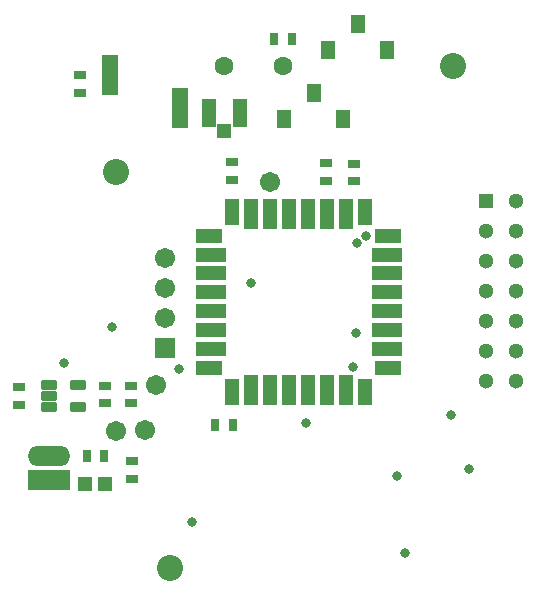
<source format=gbs>
G04*
G04 #@! TF.GenerationSoftware,Altium Limited,Altium Designer,22.7.1 (60)*
G04*
G04 Layer_Color=16711935*
%FSLAX44Y44*%
%MOMM*%
G71*
G04*
G04 #@! TF.SameCoordinates,C2A282E5-0786-4D7F-951A-2C12EB248FEB*
G04*
G04*
G04 #@! TF.FilePolarity,Negative*
G04*
G01*
G75*
%ADD25R,1.3000X1.3000*%
%ADD35R,0.7000X1.0000*%
%ADD36R,1.0000X0.7000*%
%ADD42R,1.2032X1.6032*%
%ADD43C,2.2032*%
%ADD44C,1.7032*%
%ADD45C,1.3000*%
%ADD46C,1.6012*%
%ADD47R,1.7032X1.7032*%
%ADD48C,0.8032*%
G04:AMPARAMS|DCode=68|XSize=0.8732mm|YSize=1.3732mm|CornerRadius=0.1418mm|HoleSize=0mm|Usage=FLASHONLY|Rotation=90.000|XOffset=0mm|YOffset=0mm|HoleType=Round|Shape=RoundedRectangle|*
%AMROUNDEDRECTD68*
21,1,0.8732,1.0896,0,0,90.0*
21,1,0.5896,1.3732,0,0,90.0*
1,1,0.2836,0.5448,0.2948*
1,1,0.2836,0.5448,-0.2948*
1,1,0.2836,-0.5448,-0.2948*
1,1,0.2836,-0.5448,0.2948*
%
%ADD68ROUNDEDRECTD68*%
%ADD69R,1.4732X3.5032*%
%ADD70R,1.2032X1.2532*%
%ADD71R,1.2532X2.4032*%
%ADD72R,3.6032X1.7032*%
%ADD73R,1.2000X2.2000*%
%ADD74R,2.2000X1.2000*%
%ADD75R,2.5000X1.2000*%
%ADD76R,1.2000X2.5000*%
%ADD77O,3.6032X1.7032*%
%ADD78R,1.3032X1.2032*%
D25*
X450600Y356200D02*
D03*
D35*
X271500Y493000D02*
D03*
X127500Y140000D02*
D03*
X286500Y493000D02*
D03*
X221500Y166000D02*
D03*
X236500D02*
D03*
X112500Y140000D02*
D03*
D36*
X150000Y199500D02*
D03*
Y184500D02*
D03*
X128000Y199500D02*
D03*
Y184500D02*
D03*
X55000Y198500D02*
D03*
Y183500D02*
D03*
X107000Y462500D02*
D03*
Y447500D02*
D03*
X151000Y135500D02*
D03*
X339000Y387500D02*
D03*
X315000Y388000D02*
D03*
X236000Y389000D02*
D03*
Y374000D02*
D03*
X315000Y373000D02*
D03*
X339000Y372500D02*
D03*
X151000Y120500D02*
D03*
D42*
X317000Y484000D02*
D03*
X367000D02*
D03*
X342000Y506000D02*
D03*
X280000Y425000D02*
D03*
X330000D02*
D03*
X305000Y447000D02*
D03*
D43*
X137270Y380270D02*
D03*
X183270Y45270D02*
D03*
X422780Y470336D02*
D03*
D44*
X170885Y200000D02*
D03*
X268000Y372000D02*
D03*
X137000Y161000D02*
D03*
X162000Y162000D02*
D03*
X179000Y307800D02*
D03*
Y282400D02*
D03*
Y257000D02*
D03*
D45*
X450600Y254600D02*
D03*
X476000Y356200D02*
D03*
Y330800D02*
D03*
X450600D02*
D03*
X476000Y305400D02*
D03*
X450600D02*
D03*
X476000Y280000D02*
D03*
X450600D02*
D03*
X476000Y254600D02*
D03*
Y229200D02*
D03*
X450600D02*
D03*
X476000Y203800D02*
D03*
X450600D02*
D03*
D46*
X279000Y470000D02*
D03*
X229000D02*
D03*
D47*
X179000Y231600D02*
D03*
D48*
X421000Y175000D02*
D03*
X338000Y215000D02*
D03*
X341000Y244000D02*
D03*
X436000Y129000D02*
D03*
X298000Y168000D02*
D03*
X191000Y214000D02*
D03*
X202000Y84000D02*
D03*
X93000Y219000D02*
D03*
X134000Y249000D02*
D03*
X341247Y320627D02*
D03*
X349000Y326000D02*
D03*
X374920Y123000D02*
D03*
X382000Y58000D02*
D03*
X252000Y286460D02*
D03*
D68*
X105200Y181600D02*
D03*
X80800D02*
D03*
Y200400D02*
D03*
X105200D02*
D03*
X80800Y191000D02*
D03*
D69*
X132400Y462900D02*
D03*
X192000Y435000D02*
D03*
D70*
X229000Y414750D02*
D03*
D71*
X242250Y430000D02*
D03*
X215750D02*
D03*
D72*
X81000Y120000D02*
D03*
D73*
X236000Y346500D02*
D03*
X348000D02*
D03*
X236000Y194500D02*
D03*
X348000D02*
D03*
D74*
X216000Y326500D02*
D03*
Y214500D02*
D03*
X368000D02*
D03*
Y326500D02*
D03*
D75*
X217500Y294500D02*
D03*
Y230500D02*
D03*
X366500D02*
D03*
X217500Y310500D02*
D03*
Y278500D02*
D03*
Y262500D02*
D03*
Y246500D02*
D03*
X366500D02*
D03*
Y262500D02*
D03*
Y278500D02*
D03*
Y294500D02*
D03*
Y310500D02*
D03*
D76*
X268000Y196000D02*
D03*
X332000Y345000D02*
D03*
X316000D02*
D03*
X300000D02*
D03*
X284000D02*
D03*
X268000D02*
D03*
X252000D02*
D03*
Y196000D02*
D03*
X284000D02*
D03*
X300000D02*
D03*
X316000D02*
D03*
X332000D02*
D03*
D77*
X81000Y140000D02*
D03*
D78*
X128500Y116000D02*
D03*
X111500D02*
D03*
M02*

</source>
